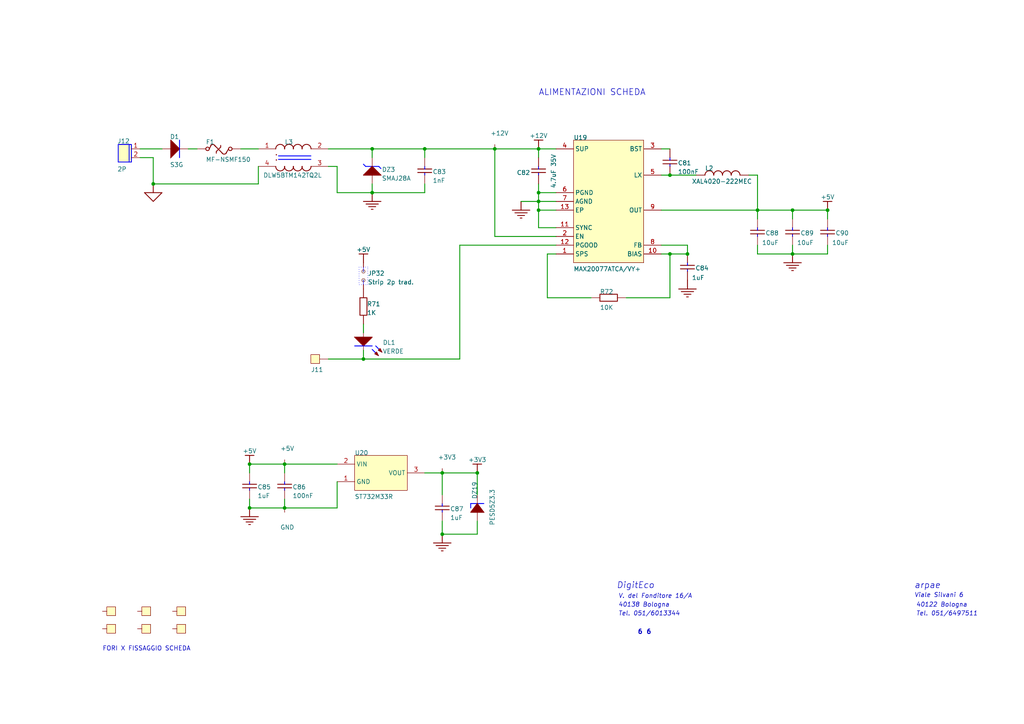
<source format=kicad_sch>
(kicad_sch (version 20230121) (generator eeschema)
  (paper "A4")
  (title_block (title "Stima V4 Slave") (rev "1.1"))
  (lib_symbols
    (symbol "Stima V4 Slave Rev1_1-altium-import:+12V" (power)
      (property "Reference" "#PWR" (at 0 0 0))
      (property "Value" "+12V" (at 0 3.81 0))
      (symbol "+12V_0_0"
        (polyline (pts (xy -1.27 -2.54) (xy 1.27 -2.54)) (stroke (width 0.254)))
        (polyline (pts (xy 0 0) (xy 0 -2.54)) (stroke (width 0.254)))
        (pin power_in line (at 0 0 0) (length 0) hide (name "+12V") (number ""))
      )
    )
    (symbol "Stima V4 Slave Rev1_1-altium-import:+3V3" (power)
      (property "Reference" "#PWR" (at 0 0 0))
      (property "Value" "+3V3" (at 0 3.81 0))
      (symbol "+3V3_0_0"
        (polyline (pts (xy -1.27 -2.54) (xy 1.27 -2.54)) (stroke (width 0.254)))
        (polyline (pts (xy 0 0) (xy 0 -2.54)) (stroke (width 0.254)))
        (pin power_in line (at 0 0 0) (length 0) hide (name "+3V3") (number ""))
      )
    )
    (symbol "Stima V4 Slave Rev1_1-altium-import:+5V" (power)
      (property "Reference" "#PWR" (at 0 0 0))
      (property "Value" "+5V" (at 0 3.81 0))
      (symbol "+5V_0_0"
        (polyline (pts (xy -1.27 -2.54) (xy 1.27 -2.54)) (stroke (width 0.254)))
        (polyline (pts (xy 0 0) (xy 0 -2.54)) (stroke (width 0.254)))
        (pin power_in line (at 0 0 0) (length 0) hide (name "+5V") (number ""))
      )
    )
    (symbol "Stima V4 Slave Rev1_1-altium-import:EGND" (power)
      (property "Reference" "#PWR" (at 0 0 0))
      (property "Value" "EGND" (at 0 6.35 0))
      (symbol "EGND_0_0"
        (polyline (pts (xy 0 0) (xy 0 -2.54)) (stroke (width 0.254)))
        (polyline (pts (xy -2.54 -2.54) (xy 2.54 -2.54) (xy 0 -5.08) (xy -2.54 -2.54)) (stroke (width 0.254)))
        (pin power_in line (at 0 0 0) (length 0) hide (name "EGND") (number ""))
      )
    )
    (symbol "Stima V4 Slave Rev1_1-altium-import:GND" (power)
      (property "Reference" "#PWR" (at 0 0 0))
      (property "Value" "GND" (at 0 6.35 0))
      (symbol "GND_0_0"
        (polyline (pts (xy -2.54 -2.54) (xy 2.54 -2.54)) (stroke (width 0.254)))
        (polyline (pts (xy -1.778 -3.302) (xy 1.778 -3.302)) (stroke (width 0.254)))
        (polyline (pts (xy -1.016 -4.064) (xy 1.016 -4.064)) (stroke (width 0.254)))
        (polyline (pts (xy -0.254 -4.826) (xy 0.254 -4.826)) (stroke (width 0.254)))
        (polyline (pts (xy 0 0) (xy 0 -2.54)) (stroke (width 0.254)))
        (pin power_in line (at 0 0 0) (length 0) hide (name "GND") (number ""))
      )
    )
    (symbol "Stima V4 Slave Rev1_1-altium-import:root_0_C0603"
      (symbol "root_0_C0603_1_0"
        (polyline (pts (xy -2.032 -0.762) (xy 2.032 -0.762)) (stroke (width 0.254)))
        (polyline (pts (xy 0 -2.54) (xy 0 -1.778)) (stroke (width 0.254) (color 0 0 255 1)))
        (polyline (pts (xy 0 0) (xy 0 -0.762)) (stroke (width 0.254) (color 0 0 255 1)))
        (polyline (pts (xy 2.032 -1.778) (xy -2.032 -1.778)) (stroke (width 0.254)))
        (pin passive line (at 0 2.54 270) (length 2.54) (name "1") (number "1"))
        (pin passive line (at 0 -5.08 90) (length 2.54) (name "2") (number "2"))
      )
    )
    (symbol "Stima V4 Slave Rev1_1-altium-import:root_0_C0805"
      (symbol "root_0_C0805_1_0"
        (polyline (pts (xy -2.032 -0.762) (xy 2.032 -0.762)) (stroke (width 0.254)))
        (polyline (pts (xy 0 -2.54) (xy 0 -1.778)) (stroke (width 0.254) (color 0 0 255 1)))
        (polyline (pts (xy 0 0) (xy 0 -0.762)) (stroke (width 0.254) (color 0 0 255 1)))
        (polyline (pts (xy 2.032 -1.778) (xy -2.032 -1.778)) (stroke (width 0.254)))
        (pin passive line (at 0 2.54 270) (length 2.54) (name "1") (number "1"))
        (pin passive line (at 0 -5.08 90) (length 2.54) (name "2") (number "2"))
      )
    )
    (symbol "Stima V4 Slave Rev1_1-altium-import:root_0_Coil  B82442  2220"
      (symbol "root_0_Coil  B82442  2220_1_0"
        (arc (start 1.27 -1.27) (mid 0.372 -1.642) (end 0 -2.54) (stroke (width 0.254)))
        (arc (start 2.54 -2.54) (mid 2.168 -1.642) (end 1.27 -1.27) (stroke (width 0.254)))
        (arc (start 3.81 -1.27) (mid 2.912 -1.642) (end 2.54 -2.54) (stroke (width 0.254)))
        (arc (start 5.08 -2.54) (mid 4.708 -1.642) (end 3.81 -1.27) (stroke (width 0.254)))
        (arc (start 6.35 -1.27) (mid 5.452 -1.642) (end 5.08 -2.54) (stroke (width 0.254)))
        (arc (start 7.62 -2.54) (mid 7.248 -1.642) (end 6.35 -1.27) (stroke (width 0.254)))
        (arc (start 8.89 -1.27) (mid 7.992 -1.642) (end 7.62 -2.54) (stroke (width 0.254)))
        (arc (start 10.16 -2.54) (mid 9.788 -1.642) (end 8.89 -1.27) (stroke (width 0.254)))
        (pin passive line (at -2.54 -2.54 0) (length 2.54) (name "1") (number "1"))
        (pin passive line (at 12.7 -2.54 180) (length 2.54) (name "2") (number "2"))
      )
    )
    (symbol "Stima V4 Slave Rev1_1-altium-import:root_0_FILTRO MURATA DLW5BT"
      (symbol "root_0_FILTRO MURATA DLW5BT_1_0"
        (polyline (pts (xy 5.842 -3.048) (xy 15.24 -3.048)) (stroke (width 0.254) (color 0 0 255 1)))
        (polyline (pts (xy 5.842 -2.032) (xy 15.24 -2.032)) (stroke (width 0.254) (color 0 0 255 1)))
        (arc (start 5.0421 -5.0955) (mid 6.3606 -6.3879) (end 7.658 -5.0743) (stroke (width 0.254)))
        (arc (start 7.5821 -5.0955) (mid 8.9006 -6.3879) (end 10.198 -5.0743) (stroke (width 0.254)))
        (arc (start 7.6579 0.0155) (mid 6.3394 1.3079) (end 5.042 -0.0057) (stroke (width 0.254)))
        (arc (start 10.1221 -5.0955) (mid 11.4406 -6.3879) (end 12.738 -5.0743) (stroke (width 0.254)))
        (arc (start 10.1979 0.0155) (mid 8.8794 1.3079) (end 7.582 -0.0057) (stroke (width 0.254)))
        (arc (start 12.6621 -5.0955) (mid 13.9806 -6.3879) (end 15.278 -5.0743) (stroke (width 0.254)))
        (arc (start 12.7379 0.0155) (mid 11.4194 1.3079) (end 10.122 -0.0057) (stroke (width 0.254)))
        (arc (start 15.2779 0.0155) (mid 13.9594 1.3079) (end 12.662 -0.0057) (stroke (width 0.254)))
        (text "." (at 5.588 -3.81 900) (effects (font (size 2.032 2.032)) (justify left bottom)))
        (text "." (at 5.588 -2.286 900) (effects (font (size 2.032 2.032)) (justify left bottom)))
        (pin passive line (at 0 0 0) (length 5.08) (name "1") (number "1"))
        (pin passive line (at 20.32 0 180) (length 5.08) (name "2") (number "2"))
        (pin passive line (at 20.32 -5.08 180) (length 5.08) (name "3") (number "3"))
        (pin passive line (at 0 -5.08 0) (length 5.08) (name "4") (number "4"))
      )
    )
    (symbol "Stima V4 Slave Rev1_1-altium-import:root_0_Fuse Thermal"
      (symbol "root_0_Fuse Thermal_1_0"
        (polyline (pts (xy 1.016 -2.54) (xy 1.524 -1.524)) (stroke (width 0.254)))
        (polyline (pts (xy 3.048 -3.81) (xy 3.048 -3.302)) (stroke (width 0.254)))
        (polyline (pts (xy 3.048 -3.302) (xy 4.318 -2.032)) (stroke (width 0.254)))
        (polyline (pts (xy 4.318 -2.032) (xy 4.318 -1.524)) (stroke (width 0.254)))
        (polyline (pts (xy 4.826 -3.81) (xy 2.54 -1.524)) (stroke (width 0.254)))
        (polyline (pts (xy 5.842 -3.81) (xy 6.604 -2.54)) (stroke (width 0.254)))
        (circle (center 0.508 -2.54) (radius 0.508) (stroke (width 0.254)))
        (arc (start 2.7549 -1.791) (mid 2.1331 -1.2767) (end 1.398 -1.6093) (stroke (width 0.254)))
        (arc (start 4.7 -3.7247) (mid 5.3814 -4.0625) (end 6.0156 -3.6428) (stroke (width 0.254)))
        (circle (center 7.112 -2.54) (radius 0.508) (stroke (width 0.254)))
        (pin passive line (at -2.54 -2.54 0) (length 2.54) (name "1") (number "1"))
        (pin passive line (at 10.16 -2.54 180) (length 2.54) (name "2") (number "2"))
      )
    )
    (symbol "Stima V4 Slave Rev1_1-altium-import:root_0_JUMP1"
      (symbol "root_0_JUMP1_1_0"
        (polyline (pts (xy 1.27 -3.81) (xy 1.27 -5.08)) (stroke (width 0) (color 0 0 255 1)))
        (polyline (pts (xy 1.27 -1.27) (xy 1.27 0)) (stroke (width 0) (color 0 0 255 1)))
        (polyline (pts (xy 2.54 0) (xy 0 0) (xy 0 -5.08) (xy 2.54 -5.08) (xy 2.54 0)) (stroke (width 0) (type dot) (color 0 0 255 1)))
        (circle (center 1.27 -3.81) (radius 0.508) (stroke (width 0.0001)) (fill (type color) (color 192 192 192 1)))
        (circle (center 1.27 -1.27) (radius 0.508) (stroke (width 0.0001)) (fill (type color) (color 192 192 192 1)))
        (pin passive line (at 1.27 1.27 270) (length 1.27) (name "") (number "1"))
        (pin passive line (at 1.27 -6.35 90) (length 1.27) (name "") (number "2"))
      )
    )
    (symbol "Stima V4 Slave Rev1_1-altium-import:root_0_MAX20077"
      (symbol "root_0_MAX20077_1_0"
        (rectangle (start 20.32 0) (end 0 -35.56) (fill (type background)))
        (pin input line (at -5.08 -33.02 0) (length 5) (name "SPS") (number "1"))
        (pin passive line (at 25.4 -33.02 180) (length 5) (name "BIAS") (number "10"))
        (pin passive line (at -5.08 -25.4 0) (length 5) (name "SYNC") (number "11"))
        (pin output line (at -5.08 -30.48 0) (length 5) (name "PGOOD") (number "12"))
        (pin passive line (at -5.08 -20.32 0) (length 5) (name "EP") (number "13"))
        (pin input line (at -5.08 -27.94 0) (length 5) (name "EN") (number "2"))
        (pin passive line (at 25.4 -2.54 180) (length 5) (name "BST") (number "3"))
        (pin power_in line (at -5.08 -2.54 0) (length 5) (name "SUP") (number "4"))
        (pin passive line (at 25.4 -10.16 180) (length 5) (name "LX") (number "5"))
        (pin power_in line (at -5.08 -15.24 0) (length 5) (name "PGND") (number "6"))
        (pin power_in line (at -5.08 -17.78 0) (length 5) (name "AGND") (number "7"))
        (pin passive line (at 25.4 -30.48 180) (length 5) (name "FB") (number "8"))
        (pin passive line (at 25.4 -20.32 180) (length 5) (name "OUT") (number "9"))
      )
    )
    (symbol "Stima V4 Slave Rev1_1-altium-import:root_0_Res 0603"
      (symbol "root_0_Res 0603_1_0"
        (rectangle (start 5.08 -1.524) (end 0 -3.556) (stroke (width 0.254)))
        (pin passive line (at -2.54 -2.54 0) (length 2.54) (name "1") (number "1"))
        (pin passive line (at 7.62 -2.54 180) (length 2.54) (name "2") (number "2"))
      )
    )
    (symbol "Stima V4 Slave Rev1_1-altium-import:root_0_ST732M"
      (symbol "root_0_ST732M_1_0"
        (rectangle (start 15.24 0) (end 0 -10.16) (fill (type background)))
        (pin power_in line (at -5.08 -7.62 0) (length 5.08) (name "GND") (number "1"))
        (pin passive line (at -5.08 -2.54 0) (length 5.08) (name "VIN") (number "2"))
        (pin passive line (at 20.32 -5.08 180) (length 5.08) (name "VOUT") (number "3"))
      )
    )
    (symbol "Stima V4 Slave Rev1_1-altium-import:root_0_Transil SMD PESD5"
      (symbol "root_0_Transil SMD PESD5_1_0"
        (polyline (pts (xy -1.905 0) (xy -1.905 -1.27)) (stroke (width 0.254) (color 0 0 255 1)))
        (polyline (pts (xy 1.905 0) (xy -1.905 0)) (stroke (width 0.254) (color 0 0 255 1)))
        (polyline (pts (xy 1.905 -2.54) (xy 0 0) (xy -1.905 -2.54) (xy 1.905 -2.54)) (stroke (width 0.254)) (fill (type outline)))
        (pin passive line (at 0 2.54 270) (length 2.54) (name "K") (number "1"))
        (pin passive line (at 0 -5.08 90) (length 2.54) (name "A") (number "2"))
      )
    )
    (symbol "Stima V4 Slave Rev1_1-altium-import:root_0_Transil SMD SMAJ"
      (symbol "root_0_Transil SMD SMAJ_1_0"
        (polyline (pts (xy -1.905 0) (xy -2.54 0.635)) (stroke (width 0.254) (color 0 0 255 1)))
        (polyline (pts (xy 1.905 0) (xy -1.905 0)) (stroke (width 0.254) (color 0 0 255 1)))
        (polyline (pts (xy 1.905 0) (xy 2.54 -0.635)) (stroke (width 0.254) (color 0 0 255 1)))
        (polyline (pts (xy 2.54 -2.54) (xy 0 0) (xy -2.54 -2.54) (xy 2.54 -2.54)) (stroke (width 0.254)) (fill (type outline)))
        (pin passive line (at 0 2.54 270) (length 2.54) (name "K") (number "1"))
        (pin passive line (at 0 -5.08 90) (length 2.54) (name "A") (number "2"))
      )
    )
    (symbol "Stima V4 Slave Rev1_1-altium-import:root_0_ViteDado"
      (symbol "root_0_ViteDado_1_0"
        (rectangle (start 2.54 0) (end 0 -2.54) (fill (type background)))
        (pin passive line (at -1.27 -1.27 0) (length 1.27) (name "A") (number "1"))
      )
    )
    (symbol "Stima V4 Slave Rev1_1-altium-import:root_0_mirrored_Mors 2p px"
      (symbol "root_0_mirrored_Mors 2p px_1_0"
        (rectangle (start 0 0) (end -3.81 -5.08) (fill (type background)))
        (polyline (pts (xy -0.635 0) (xy -0.635 -5.08)) (stroke (width 0.254) (color 0 0 255 1)))
        (polyline (pts (xy 0 -5.08) (xy 0 0) (xy -3.81 0) (xy -3.81 -5.08) (xy 0 -5.08)) (stroke (width 0.254) (color 0 0 255 1)))
        (pin passive line (at 2.54 -1.27 180) (length 2.54) (name "1") (number "1"))
        (pin passive line (at 2.54 -3.81 180) (length 2.54) (name "2") (number "2"))
      )
    )
    (symbol "Stima V4 Slave Rev1_1-altium-import:root_1_Res 0805"
      (symbol "root_1_Res 0805_1_0"
        (rectangle (start 3.556 5.08) (end 1.524 0) (stroke (width 0.254)))
        (pin passive line (at 2.54 -2.54 90) (length 2.54) (name "1") (number "1"))
        (pin passive line (at 2.54 7.62 270) (length 2.54) (name "2") (number "2"))
      )
    )
    (symbol "Stima V4 Slave Rev1_1-altium-import:root_1_TestPoint"
      (symbol "root_1_TestPoint_1_0"
        (pin passive line (at 1.27 -1.27 90) (length 1.27) (name "") (number "1"))
      )
    )
    (symbol "Stima V4 Slave Rev1_1-altium-import:root_2_C0805"
      (symbol "root_2_C0805_1_0"
        (polyline (pts (xy -2.032 1.778) (xy 2.032 1.778)) (stroke (width 0.254)))
        (polyline (pts (xy 0 0) (xy 0 0.762)) (stroke (width 0.254) (color 0 0 255 1)))
        (polyline (pts (xy 0 2.54) (xy 0 1.778)) (stroke (width 0.254) (color 0 0 255 1)))
        (polyline (pts (xy 2.032 0.762) (xy -2.032 0.762)) (stroke (width 0.254)))
        (pin passive line (at 0 -2.54 90) (length 2.54) (name "1") (number "1"))
        (pin passive line (at 0 5.08 270) (length 2.54) (name "2") (number "2"))
      )
    )
    (symbol "Stima V4 Slave Rev1_1-altium-import:root_2_VIAS1"
      (symbol "root_2_VIAS1_1_0"
        (rectangle (start 0 1.27) (end -2.54 -1.27) (fill (type background)))
        (pin passive line (at 2.54 0 180) (length 2.54) (name "1") (number "1"))
      )
    )
    (symbol "Stima V4 Slave Rev1_1-altium-import:root_3_Diode SMD PWR DO-214AB"
      (symbol "root_3_Diode SMD PWR DO-214AB_1_0"
        (polyline (pts (xy 0 2.54) (xy 0 -2.54)) (stroke (width 0.254) (color 0 0 255 1)))
        (polyline (pts (xy -2.54 -2.54) (xy 0 0) (xy -2.54 2.54) (xy -2.54 -2.54)) (stroke (width 0.254)) (fill (type outline)))
        (pin passive line (at 2.54 0 180) (length 2.54) (name "K") (number "1"))
        (pin passive line (at -5.08 0 0) (length 2.54) (name "A") (number "2"))
      )
    )
    (symbol "Stima V4 Slave Rev1_1-altium-import:root_3_Led  SMD"
      (symbol "root_3_Led  SMD_1_0"
        (polyline (pts (xy 0 -3.556) (xy 1.778 -5.334)) (stroke (width 0.254) (color 0 0 255 1)))
        (polyline (pts (xy 0 -2.54) (xy -5.08 -2.54)) (stroke (width 0.254) (color 0 0 255 1)))
        (polyline (pts (xy 1.016 -2.54) (xy 2.794 -4.318)) (stroke (width 0.254) (color 0 0 255 1)))
        (polyline (pts (xy -5.08 0) (xy -2.54 -2.54) (xy 0 0) (xy -5.08 0)) (stroke (width 0.254)) (fill (type outline)))
        (polyline (pts (xy 1.778 -5.334) (xy 1.27 -4.318) (xy 0.762 -4.826) (xy 1.778 -5.334)) (stroke (width 0.254)) (fill (type outline)))
        (polyline (pts (xy 2.794 -4.318) (xy 2.286 -3.302) (xy 1.778 -3.81) (xy 2.794 -4.318)) (stroke (width 0.254)) (fill (type outline)))
        (pin passive line (at -2.54 -3.81 90) (length 1.27) (name "K") (number "1"))
        (pin passive line (at -2.54 1.27 270) (length 1.27) (name "A") (number "2"))
      )
    )
    (symbol "Stima V4 Slave Rev1_1-altium-import:root_3_TestPoint"
      (symbol "root_3_TestPoint_1_0"
        (pin passive line (at -1.27 1.27 270) (length 1.27) (name "") (number "1"))
      )
    )
  )
  (junction (at 82.55 147.32))
  (junction (at 138.43 137.16))
  (junction (at 194.31 50.8))
  (junction (at 229.87 73.66))
  (junction (at 156.21 55.88))
  (junction (at 240.03 60.96))
  (junction (at 219.71 60.96))
  (junction (at 128.27 137.16))
  (junction (at 72.39 147.32))
  (junction (at 156.21 58.42))
  (junction (at 143.51 43.18))
  (junction (at 44.45 53.34))
  (junction (at 107.95 43.18))
  (junction (at 105.41 104.14))
  (junction (at 128.27 154.94))
  (junction (at 229.87 60.96))
  (junction (at 199.39 73.66))
  (junction (at 123.19 43.18))
  (junction (at 156.21 60.96))
  (junction (at 194.31 73.66))
  (junction (at 82.55 134.62))
  (junction (at 72.39 134.62))
  (junction (at 107.95 55.88))
  (junction (at 156.21 43.18))
  (wire (pts (xy 69.85 43.18) (xy 74.93 43.18)) (stroke (width 0.254)))
  (wire (pts (xy 82.55 144.78) (xy 82.55 147.32)) (stroke (width 0.254)))
  (wire (pts (xy 161.29 43.18) (xy 156.21 43.18)) (stroke (width 0.254)))
  (wire (pts (xy 229.87 60.96) (xy 240.03 60.96)) (stroke (width 0.254)))
  (wire (pts (xy 161.29 71.12) (xy 133.35 71.12)) (stroke (width 0.254)))
  (wire (pts (xy 97.79 134.62) (xy 82.55 134.62)) (stroke (width 0.254)))
  (wire (pts (xy 240.03 60.96) (xy 240.03 63.5)) (stroke (width 0.254)))
  (wire (pts (xy 123.19 45.72) (xy 123.19 43.18)) (stroke (width 0.254)))
  (wire (pts (xy 105.41 101.6) (xy 105.41 104.14)) (stroke (width 0.254)))
  (wire (pts (xy 128.27 154.94) (xy 128.27 151.13)) (stroke (width 0.254)))
  (wire (pts (xy 161.29 68.58) (xy 143.51 68.58)) (stroke (width 0.254)))
  (wire (pts (xy 191.77 50.8) (xy 194.31 50.8)) (stroke (width 0.254)))
  (wire (pts (xy 72.39 134.62) (xy 72.39 137.16)) (stroke (width 0.254)))
  (wire (pts (xy 156.21 45.72) (xy 156.21 43.18)) (stroke (width 0.254)))
  (wire (pts (xy 191.77 60.96) (xy 219.71 60.96)) (stroke (width 0.254)))
  (wire (pts (xy 138.43 137.16) (xy 138.43 143.51)) (stroke (width 0.254)))
  (wire (pts (xy 229.87 63.5) (xy 229.87 60.96)) (stroke (width 0.254)))
  (wire (pts (xy 95.25 48.26) (xy 97.79 48.26)) (stroke (width 0.254)))
  (wire (pts (xy 229.87 73.66) (xy 229.87 71.12)) (stroke (width 0.254)))
  (wire (pts (xy 107.95 55.88) (xy 123.19 55.88)) (stroke (width 0.254)))
  (wire (pts (xy 199.39 73.66) (xy 199.39 71.12)) (stroke (width 0.254)))
  (wire (pts (xy 82.55 137.16) (xy 82.55 134.62)) (stroke (width 0.254)))
  (wire (pts (xy 40.64 43.18) (xy 46.99 43.18)) (stroke (width 0.254)))
  (wire (pts (xy 191.77 43.18) (xy 194.31 43.18)) (stroke (width 0.254)))
  (wire (pts (xy 82.55 134.62) (xy 72.39 134.62)) (stroke (width 0.254)))
  (wire (pts (xy 217.17 50.8) (xy 219.71 50.8)) (stroke (width 0.254)))
  (wire (pts (xy 40.64 45.72) (xy 44.45 45.72)) (stroke (width 0.254)))
  (wire (pts (xy 128.27 143.51) (xy 128.27 137.16)) (stroke (width 0.254)))
  (wire (pts (xy 161.29 58.42) (xy 156.21 58.42)) (stroke (width 0.254)))
  (wire (pts (xy 74.93 53.34) (xy 74.93 48.26)) (stroke (width 0.254)))
  (wire (pts (xy 156.21 55.88) (xy 156.21 58.42)) (stroke (width 0.254)))
  (wire (pts (xy 161.29 66.04) (xy 156.21 66.04)) (stroke (width 0.254)))
  (wire (pts (xy 138.43 151.13) (xy 138.43 154.94)) (stroke (width 0.254)))
  (wire (pts (xy 158.75 86.36) (xy 171.45 86.36)) (stroke (width 0.254)))
  (wire (pts (xy 107.95 55.88) (xy 107.95 53.34)) (stroke (width 0.254)))
  (wire (pts (xy 194.31 86.36) (xy 194.31 73.66)) (stroke (width 0.254)))
  (wire (pts (xy 97.79 139.7) (xy 97.79 147.32)) (stroke (width 0.254)))
  (wire (pts (xy 105.41 96.52) (xy 105.41 93.98)) (stroke (width 0.254)))
  (wire (pts (xy 156.21 58.42) (xy 151.13 58.42)) (stroke (width 0.254)))
  (wire (pts (xy 44.45 53.34) (xy 74.93 53.34)) (stroke (width 0.254)))
  (wire (pts (xy 133.35 104.14) (xy 105.41 104.14)) (stroke (width 0.254)))
  (wire (pts (xy 219.71 73.66) (xy 229.87 73.66)) (stroke (width 0.254)))
  (wire (pts (xy 143.51 43.18) (xy 123.19 43.18)) (stroke (width 0.254)))
  (wire (pts (xy 138.43 154.94) (xy 128.27 154.94)) (stroke (width 0.254)))
  (wire (pts (xy 44.45 45.72) (xy 44.45 53.34)) (stroke (width 0.254)))
  (wire (pts (xy 128.27 137.16) (xy 138.43 137.16)) (stroke (width 0.254)))
  (wire (pts (xy 219.71 71.12) (xy 219.71 73.66)) (stroke (width 0.254)))
  (wire (pts (xy 158.75 73.66) (xy 158.75 86.36)) (stroke (width 0.254)))
  (wire (pts (xy 123.19 55.88) (xy 123.19 53.34)) (stroke (width 0.254)))
  (wire (pts (xy 194.31 50.8) (xy 201.93 50.8)) (stroke (width 0.254)))
  (wire (pts (xy 72.39 147.32) (xy 72.39 144.78)) (stroke (width 0.254)))
  (wire (pts (xy 97.79 55.88) (xy 107.95 55.88)) (stroke (width 0.254)))
  (wire (pts (xy 97.79 48.26) (xy 97.79 55.88)) (stroke (width 0.254)))
  (wire (pts (xy 143.51 68.58) (xy 143.51 43.18)) (stroke (width 0.254)))
  (wire (pts (xy 199.39 71.12) (xy 191.77 71.12)) (stroke (width 0.254)))
  (wire (pts (xy 107.95 43.18) (xy 95.25 43.18)) (stroke (width 0.254)))
  (wire (pts (xy 194.31 73.66) (xy 199.39 73.66)) (stroke (width 0.254)))
  (wire (pts (xy 229.87 73.66) (xy 240.03 73.66)) (stroke (width 0.254)))
  (wire (pts (xy 219.71 63.5) (xy 219.71 60.96)) (stroke (width 0.254)))
  (wire (pts (xy 133.35 71.12) (xy 133.35 104.14)) (stroke (width 0.254)))
  (wire (pts (xy 240.03 73.66) (xy 240.03 71.12)) (stroke (width 0.254)))
  (wire (pts (xy 156.21 60.96) (xy 156.21 58.42)) (stroke (width 0.254)))
  (wire (pts (xy 161.29 73.66) (xy 158.75 73.66)) (stroke (width 0.254)))
  (wire (pts (xy 156.21 53.34) (xy 156.21 55.88)) (stroke (width 0.254)))
  (wire (pts (xy 123.19 43.18) (xy 107.95 43.18)) (stroke (width 0.254)))
  (wire (pts (xy 219.71 60.96) (xy 229.87 60.96)) (stroke (width 0.254)))
  (wire (pts (xy 181.61 86.36) (xy 194.31 86.36)) (stroke (width 0.254)))
  (wire (pts (xy 219.71 50.8) (xy 219.71 60.96)) (stroke (width 0.254)))
  (wire (pts (xy 156.21 55.88) (xy 161.29 55.88)) (stroke (width 0.254)))
  (wire (pts (xy 191.77 73.66) (xy 194.31 73.66)) (stroke (width 0.254)))
  (wire (pts (xy 97.79 147.32) (xy 82.55 147.32)) (stroke (width 0.254)))
  (wire (pts (xy 82.55 147.32) (xy 72.39 147.32)) (stroke (width 0.254)))
  (wire (pts (xy 156.21 60.96) (xy 161.29 60.96)) (stroke (width 0.254)))
  (wire (pts (xy 105.41 104.14) (xy 95.25 104.14)) (stroke (width 0.254)))
  (wire (pts (xy 156.21 43.18) (xy 143.51 43.18)) (stroke (width 0.254)))
  (wire (pts (xy 107.95 45.72) (xy 107.95 43.18)) (stroke (width 0.254)))
  (wire (pts (xy 54.61 43.18) (xy 57.15 43.18)) (stroke (width 0.254)))
  (wire (pts (xy 123.19 137.16) (xy 128.27 137.16)) (stroke (width 0.254)))
  (wire (pts (xy 156.21 66.04) (xy 156.21 60.96)) (stroke (width 0.254)))
  (text "40122 Bologna" (at 265.684 176.276 0) (effects (font (size 1.27 1.27) italic) (justify left bottom)))
  (text "Tel. 051/6497511" (at 265.684 178.816 0) (effects (font (size 1.27 1.27) italic) (justify left bottom)))
  (text "ALIMENTAZIONI SCHEDA" (at 156.21 27.94 0) (effects (font (size 1.778 1.778)) (justify left bottom)))
  (text "V. del Fonditore 16/A" (at 179.324 173.736 0) (effects (font (size 1.27 1.27) italic) (justify left bottom)))
  (text "FORI X FISSAGGIO SCHEDA" (at 29.718 188.976 0) (effects (font (size 1.27 1.27)) (justify left bottom)))
  (text "DigitEco" (at 178.816 170.942 0) (effects (font (size 1.778 1.778) italic) (justify left bottom)))
  (text "40138 Bologna" (at 179.324 176.276 0) (effects (font (size 1.27 1.27) italic) (justify left bottom)))
  (text "Tel. 051/6013344" (at 179.324 178.816 0) (effects (font (size 1.27 1.27) italic) (justify left bottom)))
  (text "${#}" (at 184.912 184.15 0) (effects (font (size 1.27 1.27) bold) (justify left bottom)))
  (text "6" (at 188.976 184.15 0) (effects (font (size 1.27 1.27) bold) (justify right bottom)))
  (text "Viale Silvani 6" (at 265.176 173.482 0) (effects (font (size 1.27 1.27) italic) (justify left bottom)))
  (text "arpae" (at 265.176 170.942 0) (effects (font (size 1.778 1.778) italic) (justify left bottom)))
  (symbol (lib_id "Stima V4 Slave Rev1_1-altium-import:root_0_Coil  B82442  2220") (at 204.47 48.26 0) (unit 1)
    (property "Reference" "L2" (at 204.47 49.53 0) (effects (justify left bottom)))
    (property "Value" "XAL4020-222MEC" (at 200.66 53.34 0) (effects (justify left bottom)))
    (property "Footprint" "COIL COILCRAFT XAL4020-MIO" (effects hide))
    (property "ALTIUM_VALUE" "2.2uH" (effects hide))
  )
  (symbol (lib_id "Stima V4 Slave Rev1_1-altium-import:root_0_ViteDado") (at 51.308 181.102 0) (unit 1)
    (property "Reference" "A6" (effects hide))
    (property "Value" "ViteDado" (effects hide))
    (property "Footprint" "ViteDado3" (effects hide))
  )
  (symbol (lib_id "Stima V4 Slave Rev1_1-altium-import:root_0_ViteDado") (at 41.148 176.022 0) (unit 1)
    (property "Reference" "A2" (effects hide))
    (property "Value" "ViteDado" (effects hide))
    (property "Footprint" "ViteDado4" (effects hide))
  )
  (symbol (lib_id "Stima V4 Slave Rev1_1-altium-import:root_0_C0603") (at 128.27 146.05 0) (unit 1)
    (property "Reference" "C87" (at 130.556 148.336 0) (effects (justify left bottom)))
    (property "Value" "1uF" (at 130.556 150.876 0) (effects (justify left bottom)))
    (property "Footprint" "0603" (effects hide))
    (property "PACKAGE REFERENCE" "0603" (effects hide))
    (property "TYPE" "Multistrato X5R/X7R" (effects hide))
    (property "ALTIUM_VALUE" "1uF" (effects hide))
    (property "VOLTAGE" "20V" (effects hide))
  )
  (symbol (lib_id "Stima V4 Slave Rev1_1-altium-import:root_0_MAX20077") (at 166.37 40.64 0) (unit 1)
    (property "Reference" "U19" (at 166.37 40.64 0) (effects (justify left bottom)))
    (property "Value" "MAX20077ATCA/VY+" (at 166.37 78.74 0) (effects (justify left bottom)))
    (property "Footprint" "TDFN 12L" (effects hide))
    (property "PACKAGE REFERENCE" "TDFN12L" (effects hide))
  )
  (symbol (lib_id "Stima V4 Slave Rev1_1-altium-import:root_2_C0805") (at 199.39 78.74 0) (unit 1)
    (property "Reference" "C84" (at 201.676 78.486 0) (effects (justify left bottom)))
    (property "Value" "1uF" (at 200.66 81.28 0) (effects (justify left bottom)))
    (property "Footprint" "0805" (effects hide))
    (property "PACKAGE REFERENCE" "0603" (effects hide))
    (property "TYPE" "Multistrato X5R/X7R" (effects hide))
    (property "ALTIUM_VALUE" "1uF" (effects hide))
    (property "VOLTAGE" "20V" (effects hide))
  )
  (symbol (lib_id "Stima V4 Slave Rev1_1-altium-import:GND") (at 72.39 147.32 0) (unit 1)
    (property "Reference" "#PWR?" (effects hide))
    (property "Value" "GND" (effects hide))
  )
  (symbol (lib_id "Stima V4 Slave Rev1_1-altium-import:root_2_VIAS1") (at 92.71 104.14 0) (unit 1)
    (property "Reference" "J11" (at 90.17 107.95 0) (effects (justify left bottom)))
    (property "Value" "VIAS1" (effects hide))
    (property "Footprint" "VIAS0_8" (effects hide))
  )
  (symbol (lib_id "Stima V4 Slave Rev1_1-altium-import:+5V") (at 72.39 134.62 180) (unit 1)
    (property "Reference" "#PWR?" (effects hide))
    (property "Value" "+5V" (at 72.39 130.81 0))
  )
  (symbol (lib_id "Stima V4 Slave Rev1_1-altium-import:root_0_FILTRO MURATA DLW5BT") (at 74.93 43.18 0) (unit 1)
    (property "Reference" "L3" (at 82.55 41.91 0) (effects (justify left bottom)))
    (property "Value" "DLW5BTM142TQ2L" (at 76.335 51.562 0) (effects (justify left bottom)))
    (property "Footprint" "FILTRO DLW5B" (effects hide))
    (property "PACKAGE REFERENCE" "SMD" (effects hide))
  )
  (symbol (lib_id "Stima V4 Slave Rev1_1-altium-import:root_0_C0805") (at 194.31 45.72 0) (unit 1)
    (property "Reference" "C81" (at 196.596 48.006 0) (effects (justify left bottom)))
    (property "Value" "100nF" (at 196.596 50.546 0) (effects (justify left bottom)))
    (property "Footprint" "0805" (effects hide))
    (property "PACKAGE REFERENCE" "0805" (effects hide))
    (property "TYPE" "Multistrato X5R/X7R" (effects hide))
    (property "ALTIUM_VALUE" "100nF" (effects hide))
    (property "VOLTAGE" "50V" (effects hide))
  )
  (symbol (lib_id "Stima V4 Slave Rev1_1-altium-import:GND") (at 199.39 81.28 0) (unit 1)
    (property "Reference" "#PWR?" (effects hide))
    (property "Value" "GND" (effects hide))
  )
  (symbol (lib_id "Stima V4 Slave Rev1_1-altium-import:root_0_C0603") (at 123.19 48.26 0) (unit 1)
    (property "Reference" "C83" (at 125.476 50.546 0) (effects (justify left bottom)))
    (property "Value" "1nF" (at 125.476 53.086 0) (effects (justify left bottom)))
    (property "Footprint" "0603" (effects hide))
    (property "PACKAGE REFERENCE" "0603" (effects hide))
    (property "TYPE" "Multistrato X5R/X7R" (effects hide))
    (property "ALTIUM_VALUE" "1nF" (effects hide))
    (property "VOLTAGE" "50V" (effects hide))
  )
  (symbol (lib_id "Stima V4 Slave Rev1_1-altium-import:root_1_TestPoint") (at 142.24 41.91 0) (unit 1)
    (property "Reference" "+12V" (at 142.24 39.37 0) (effects (justify left bottom)))
    (property "Value" "TestPoint" (effects hide))
    (property "Footprint" "TP" (effects hide))
  )
  (symbol (lib_id "Stima V4 Slave Rev1_1-altium-import:root_0_C0603") (at 82.55 139.7 0) (unit 1)
    (property "Reference" "C86" (at 84.836 141.986 0) (effects (justify left bottom)))
    (property "Value" "100nF" (at 84.836 144.526 0) (effects (justify left bottom)))
    (property "Footprint" "0603" (effects hide))
    (property "PACKAGE REFERENCE" "0603" (effects hide))
    (property "TYPE" "Multistrato X5R/X7R" (effects hide))
    (property "ALTIUM_VALUE" "100nF" (effects hide))
    (property "VOLTAGE" "50V" (effects hide))
  )
  (symbol (lib_id "Stima V4 Slave Rev1_1-altium-import:root_2_C0805") (at 240.03 68.58 0) (unit 1)
    (property "Reference" "C90" (at 242.316 68.326 0) (effects (justify left bottom)))
    (property "Value" "10uF" (at 241.3 71.12 0) (effects (justify left bottom)))
    (property "Footprint" "0603" (effects hide))
    (property "PACKAGE REFERENCE" "0603" (effects hide))
    (property "TYPE" "Multistrato X5R/X7R" (effects hide))
    (property "ALTIUM_VALUE" "10uF" (effects hide))
    (property "VOLTAGE" "20V" (effects hide))
  )
  (symbol (lib_id "Stima V4 Slave Rev1_1-altium-import:root_2_C0805") (at 219.71 68.58 0) (unit 1)
    (property "Reference" "C88" (at 221.996 68.326 0) (effects (justify left bottom)))
    (property "Value" "10uF" (at 220.98 71.12 0) (effects (justify left bottom)))
    (property "Footprint" "0603" (effects hide))
    (property "PACKAGE REFERENCE" "0603" (effects hide))
    (property "TYPE" "Multistrato X5R/X7R" (effects hide))
    (property "ALTIUM_VALUE" "10uF" (effects hide))
    (property "VOLTAGE" "20V" (effects hide))
  )
  (symbol (lib_id "Stima V4 Slave Rev1_1-altium-import:root_0_C0805") (at 156.21 48.26 0) (unit 1)
    (property "Reference" "C82" (at 149.86 50.8 0) (effects (justify left bottom)))
    (property "Value" "4.7uF 35V" (at 161.29 54.61 90) (effects (justify left bottom)))
    (property "Footprint" "1206" (effects hide))
    (property "PACKAGE REFERENCE" "0805" (effects hide))
    (property "TYPE" "Multistrato X5R/X7R" (effects hide))
    (property "ALTIUM_VALUE" "4.7uF" (effects hide))
    (property "VOLTAGE" "35V" (effects hide))
  )
  (symbol (lib_id "Stima V4 Slave Rev1_1-altium-import:EGND") (at 44.45 53.34 0) (unit 1)
    (property "Reference" "#PWR?" (effects hide))
    (property "Value" "EGND" (effects hide))
  )
  (symbol (lib_id "Stima V4 Slave Rev1_1-altium-import:root_1_TestPoint") (at 81.28 133.35 0) (unit 1)
    (property "Reference" "+5V" (at 81.28 130.81 0) (effects (justify left bottom)))
    (property "Value" "TestPoint" (effects hide))
    (property "Footprint" "TP" (effects hide))
  )
  (symbol (lib_id "Stima V4 Slave Rev1_1-altium-import:GND") (at 229.87 73.66 0) (unit 1)
    (property "Reference" "#PWR?" (effects hide))
    (property "Value" "GND" (effects hide))
  )
  (symbol (lib_id "Stima V4 Slave Rev1_1-altium-import:root_0_Res 0603") (at 173.99 83.82 0) (unit 1)
    (property "Reference" "R72" (at 173.99 85.344 0) (effects (justify left bottom)))
    (property "Value" "10K" (at 173.99 89.916 0) (effects (justify left bottom)))
    (property "Footprint" "0603" (effects hide))
    (property "ALTIUM_VALUE" "10K" (effects hide))
    (property "PRECISION" "1%" (effects hide))
    (property "PACKAGE REFERENCE" "0603" (effects hide))
    (property "POWER" "1/10W" (effects hide))
  )
  (symbol (lib_id "Stima V4 Slave Rev1_1-altium-import:root_1_TestPoint") (at 127 135.89 0) (unit 1)
    (property "Reference" "+3V3" (at 127 133.35 0) (effects (justify left bottom)))
    (property "Value" "TestPoint" (effects hide))
    (property "Footprint" "TP" (effects hide))
  )
  (symbol (lib_id "Stima V4 Slave Rev1_1-altium-import:root_3_Led  SMD") (at 107.95 97.79 0) (unit 1)
    (property "Reference" "DL1" (at 110.998 100.076 0) (effects (justify left bottom)))
    (property "Value" "VERDE" (at 110.998 102.616 0) (effects (justify left bottom)))
    (property "Footprint" "0805-led" (effects hide))
    (property "PACKAGE REFERENCE" "Smd 0805" (effects hide))
  )
  (symbol (lib_id "Stima V4 Slave Rev1_1-altium-import:+3V3") (at 138.43 137.16 180) (unit 1)
    (property "Reference" "#PWR?" (effects hide))
    (property "Value" "+3V3" (at 138.43 133.35 0))
  )
  (symbol (lib_id "Stima V4 Slave Rev1_1-altium-import:root_0_Fuse Thermal") (at 59.69 40.64 0) (unit 1)
    (property "Reference" "F1" (at 59.69 41.91 0) (effects (justify left bottom)))
    (property "Value" "MF-NSMF150" (at 59.69 46.99 0) (effects (justify left bottom)))
    (property "Footprint" "1206" (effects hide))
    (property "TYPE" "Bourns" (effects hide))
    (property "PACKAGE REFERENCE" "1206" (effects hide))
    (property "ALTIUM_VALUE" "MF-NSMF110-2" (effects hide))
  )
  (symbol (lib_id "Stima V4 Slave Rev1_1-altium-import:GND") (at 128.27 154.94 0) (unit 1)
    (property "Reference" "#PWR?" (effects hide))
    (property "Value" "GND" (effects hide))
  )
  (symbol (lib_id "Stima V4 Slave Rev1_1-altium-import:root_0_JUMP1") (at 104.14 77.47 0) (unit 1)
    (property "Reference" "JP32" (at 106.68 80.01 0) (effects (justify left bottom)))
    (property "Value" "Strip 2p trad." (at 106.68 82.55 0) (effects (justify left bottom)))
    (property "Footprint" "STRIP2P" (effects hide))
  )
  (symbol (lib_id "Stima V4 Slave Rev1_1-altium-import:+5V") (at 240.03 60.96 180) (unit 1)
    (property "Reference" "#PWR?" (effects hide))
    (property "Value" "+5V" (at 240.03 57.15 0))
  )
  (symbol (lib_id "Stima V4 Slave Rev1_1-altium-import:root_0_C0603") (at 72.39 139.7 0) (unit 1)
    (property "Reference" "C85" (at 74.676 141.986 0) (effects (justify left bottom)))
    (property "Value" "1uF" (at 74.676 144.526 0) (effects (justify left bottom)))
    (property "Footprint" "0603" (effects hide))
    (property "PACKAGE REFERENCE" "0603" (effects hide))
    (property "TYPE" "Multistrato X5R/X7R" (effects hide))
    (property "ALTIUM_VALUE" "1uF" (effects hide))
    (property "VOLTAGE" "20V" (effects hide))
  )
  (symbol (lib_id "Stima V4 Slave Rev1_1-altium-import:root_0_ViteDado") (at 30.988 176.022 0) (unit 1)
    (property "Reference" "A1" (effects hide))
    (property "Value" "ViteDado" (effects hide))
    (property "Footprint" "ViteDado4" (effects hide))
  )
  (symbol (lib_id "Stima V4 Slave Rev1_1-altium-import:root_0_ViteDado") (at 30.988 181.102 0) (unit 1)
    (property "Reference" "A3" (effects hide))
    (property "Value" "ViteDado" (effects hide))
    (property "Footprint" "ViteDado4" (effects hide))
  )
  (symbol (lib_id "Stima V4 Slave Rev1_1-altium-import:+5V") (at 105.41 76.2 180) (unit 1)
    (property "Reference" "#PWR?" (effects hide))
    (property "Value" "+5V" (at 105.41 72.39 0))
  )
  (symbol (lib_id "Stima V4 Slave Rev1_1-altium-import:root_0_ViteDado") (at 41.148 181.102 0) (unit 1)
    (property "Reference" "A4" (effects hide))
    (property "Value" "ViteDado" (effects hide))
    (property "Footprint" "ViteDado4" (effects hide))
  )
  (symbol (lib_id "Stima V4 Slave Rev1_1-altium-import:root_0_Transil SMD PESD5") (at 138.43 146.05 0) (unit 1)
    (property "Reference" "DZ19" (at 138.43 144.78 90) (effects (justify left bottom)))
    (property "Value" "PESD5Z3.3" (at 143.51 152.4 90) (effects (justify left bottom)))
    (property "Footprint" "SOD 523(SC-79)" (effects hide))
    (property "PACKAGE REFERENCE" "SOD523" (effects hide))
  )
  (symbol (lib_id "Stima V4 Slave Rev1_1-altium-import:root_1_Res 0805") (at 102.87 91.44 0) (unit 1)
    (property "Reference" "R71" (at 106.426 88.9 0) (effects (justify left bottom)))
    (property "Value" "1K" (at 106.426 91.44 0) (effects (justify left bottom)))
    (property "Footprint" "0805" (effects hide))
    (property "ALTIUM_VALUE" "1K" (effects hide))
    (property "PRECISION" "1%" (effects hide))
    (property "PACKAGE REFERENCE" "0805" (effects hide))
    (property "POWER" "1/8W" (effects hide))
  )
  (symbol (lib_id "Stima V4 Slave Rev1_1-altium-import:root_0_mirrored_Mors 2p px") (at 38.1 41.91 0) (unit 1)
    (property "Reference" "J12" (at 34.036 41.656 0) (effects (justify left bottom)))
    (property "Value" "2P" (at 34.036 49.784 0) (effects (justify left bottom)))
    (property "Footprint" "CONN_2P-P381" (effects hide))
    (property "PACKAGE REFERENCE" "PTH" (effects hide))
    (property "TYPE" "Sauro" (effects hide))
  )
  (symbol (lib_id "Stima V4 Slave Rev1_1-altium-import:GND") (at 107.95 55.88 0) (unit 1)
    (property "Reference" "#PWR?" (effects hide))
    (property "Value" "GND" (effects hide))
  )
  (symbol (lib_id "Stima V4 Slave Rev1_1-altium-import:root_3_TestPoint") (at 83.82 148.59 0) (unit 1)
    (property "Reference" "GND" (at 81.28 153.67 0) (effects (justify left bottom)))
    (property "Value" "TestPoint" (effects hide))
    (property "Footprint" "TP" (effects hide))
  )
  (symbol (lib_id "Stima V4 Slave Rev1_1-altium-import:root_0_ViteDado") (at 51.308 176.022 0) (unit 1)
    (property "Reference" "A5" (effects hide))
    (property "Value" "ViteDado" (effects hide))
    (property "Footprint" "ViteDado4" (effects hide))
  )
  (symbol (lib_id "Stima V4 Slave Rev1_1-altium-import:root_3_Diode SMD PWR DO-214AB") (at 52.07 43.18 0) (unit 1)
    (property "Reference" "D1" (at 49.276 40.386 0) (effects (justify left bottom)))
    (property "Value" "S3G" (at 49.276 48.514 0) (effects (justify left bottom)))
    (property "Footprint" "DO-214AB" (effects hide))
    (property "PACKAGE REFERENCE" "DO-214AB" (effects hide))
  )
  (symbol (lib_id "Stima V4 Slave Rev1_1-altium-import:root_0_ST732M") (at 102.87 132.08 0) (unit 1)
    (property "Reference" "U20" (at 102.87 132.08 0) (effects (justify left bottom)))
    (property "Value" "ST732M33R" (at 102.87 144.78 0) (effects (justify left bottom)))
    (property "Footprint" "SOT23_5" (effects hide))
    (property "PACKAGE REFERENCE" "SOT23-5" (effects hide))
  )
  (symbol (lib_id "Stima V4 Slave Rev1_1-altium-import:GND") (at 151.13 58.42 0) (unit 1)
    (property "Reference" "#PWR?" (effects hide))
    (property "Value" "GND" (effects hide))
  )
  (symbol (lib_id "Stima V4 Slave Rev1_1-altium-import:+12V") (at 156.21 43.18 180) (unit 1)
    (property "Reference" "#PWR?" (effects hide))
    (property "Value" "+12V" (at 156.21 39.37 0))
  )
  (symbol (lib_id "Stima V4 Slave Rev1_1-altium-import:root_0_Transil SMD SMAJ") (at 107.95 48.26 0) (unit 1)
    (property "Reference" "DZ3" (at 110.744 49.911 0) (effects (justify left bottom)))
    (property "Value" "SMAJ28A" (at 110.744 52.451 0) (effects (justify left bottom)))
    (property "Footprint" "SMA" (effects hide))
    (property "PACKAGE REFERENCE" "SMA" (effects hide))
    (property "ALTIUM_VALUE" "SMAJ" (effects hide))
  )
  (symbol (lib_id "Stima V4 Slave Rev1_1-altium-import:root_2_C0805") (at 229.87 68.58 0) (unit 1)
    (property "Reference" "C89" (at 232.156 68.326 0) (effects (justify left bottom)))
    (property "Value" "10uF" (at 231.14 71.12 0) (effects (justify left bottom)))
    (property "Footprint" "0603" (effects hide))
    (property "PACKAGE REFERENCE" "0603" (effects hide))
    (property "TYPE" "Multistrato X5R/X7R" (effects hide))
    (property "ALTIUM_VALUE" "10uF" (effects hide))
    (property "VOLTAGE" "20V" (effects hide))
  )
)
</source>
